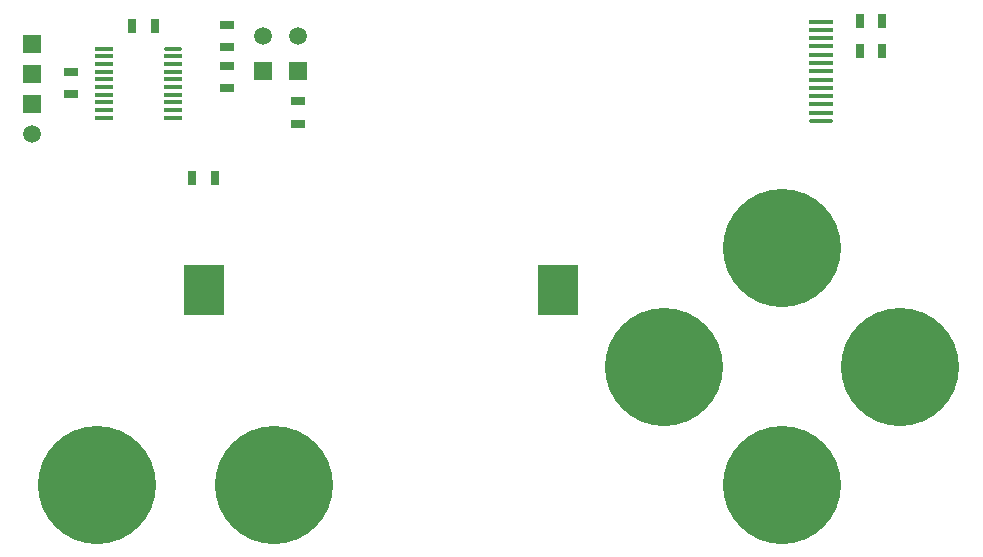
<source format=gbp>
G04*
G04 #@! TF.GenerationSoftware,Altium Limited,Altium Designer,24.7.2 (38)*
G04*
G04 Layer_Color=128*
%FSLAX44Y44*%
%MOMM*%
G71*
G04*
G04 #@! TF.SameCoordinates,6DF0CBF5-DEE5-4F27-B30F-A21075B38201*
G04*
G04*
G04 #@! TF.FilePolarity,Positive*
G04*
G01*
G75*
%ADD10R,0.7000X1.3000*%
%ADD11C,10.0000*%
%ADD12R,1.5200X0.4100*%
%ADD13O,1.5200X0.4100*%
%ADD14C,1.5000*%
%ADD15R,1.5000X1.5000*%
%ADD16R,1.3000X0.7000*%
%ADD17R,1.5000X1.5000*%
%ADD18R,2.0000X0.4000*%
%ADD19O,2.0000X0.4000*%
%ADD20R,3.5000X4.2000*%
D10*
X180499Y360001D02*
D03*
X199499D02*
D03*
X745499Y492501D02*
D03*
X764499D02*
D03*
X764500Y467500D02*
D03*
X745500D02*
D03*
X129500Y488000D02*
D03*
X148500D02*
D03*
D11*
X679999Y300001D02*
D03*
X99999Y100001D02*
D03*
X250000Y100000D02*
D03*
X579999Y199999D02*
D03*
X680001Y99999D02*
D03*
X780001Y200001D02*
D03*
D12*
X106050Y469250D02*
D03*
Y462750D02*
D03*
Y456250D02*
D03*
Y449750D02*
D03*
Y443250D02*
D03*
Y436750D02*
D03*
Y430250D02*
D03*
Y423750D02*
D03*
Y417250D02*
D03*
Y410750D02*
D03*
X163950D02*
D03*
Y417250D02*
D03*
Y423750D02*
D03*
Y430250D02*
D03*
Y436750D02*
D03*
Y443250D02*
D03*
Y449750D02*
D03*
Y456250D02*
D03*
Y462750D02*
D03*
D13*
Y469250D02*
D03*
D14*
X270000Y480000D02*
D03*
X45001Y396899D02*
D03*
X240000Y480000D02*
D03*
D15*
X270000Y450000D02*
D03*
X240000D02*
D03*
D16*
X210001Y489501D02*
D03*
Y470501D02*
D03*
X269999Y405499D02*
D03*
Y424499D02*
D03*
X77500Y430500D02*
D03*
Y449500D02*
D03*
X210000Y454500D02*
D03*
Y435500D02*
D03*
D17*
X45001Y473099D02*
D03*
Y447699D02*
D03*
Y422299D02*
D03*
D18*
X713000Y492000D02*
D03*
Y485000D02*
D03*
Y478000D02*
D03*
Y471000D02*
D03*
Y464000D02*
D03*
Y457000D02*
D03*
Y450000D02*
D03*
Y443000D02*
D03*
Y436000D02*
D03*
Y429000D02*
D03*
Y422000D02*
D03*
Y415000D02*
D03*
D19*
Y408000D02*
D03*
D20*
X189994Y265000D02*
D03*
X489750D02*
D03*
M02*

</source>
